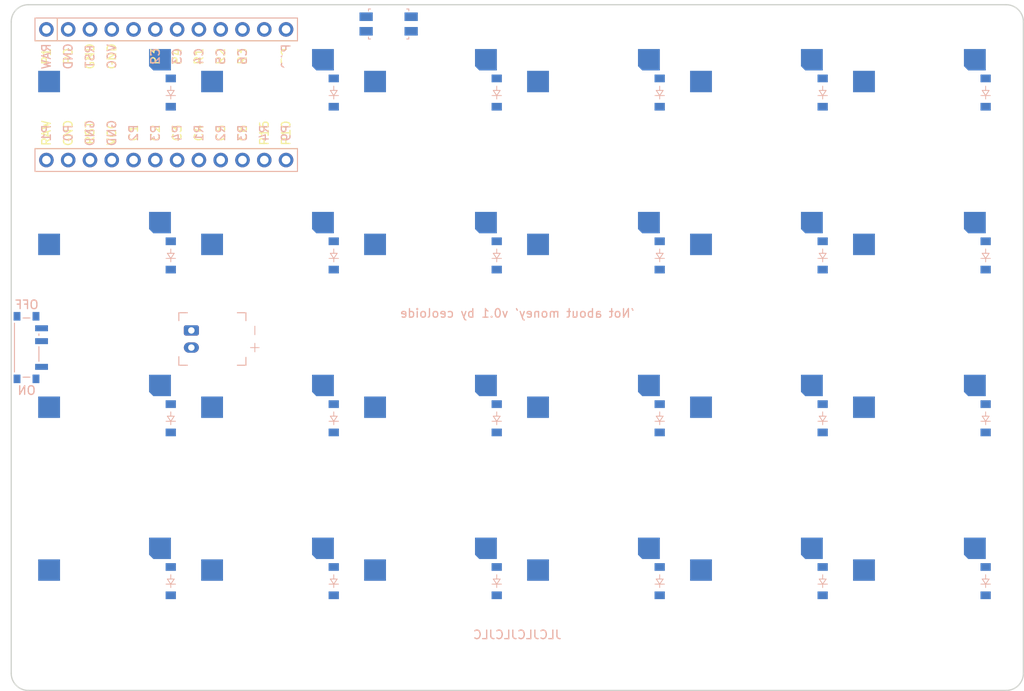
<source format=kicad_pcb>
(kicad_pcb (version 20240108) (generator "pcbnew") (generator_version "8.0")
  (title_block (title "not_about_money") (date "2024-11-11") (rev "v1.0.0") (company "Unknown"))
  (layers (0 "F.Cu" signal) (31 "B.Cu" signal) (34 "B.Paste" user) (35 "F.Paste" user) (36 "B.SilkS" user "B.Silkscreen") (37 "F.SilkS" user "F.Silkscreen") (38 "B.Mask" user) (39 "F.Mask" user) (44 "Edge.Cuts" user))
  (net 0 "")
  (net 1 "C1")
  (net 2 "c1_r4")
  (net 3 "c1_r3")
  (net 4 "c1_r2")
  (net 5 "c1_r1")
  (net 6 "C2")
  (net 7 "c2_r4")
  (net 8 "c2_r3")
  (net 9 "c2_r2")
  (net 10 "c2_r1")
  (net 11 "C3")
  (net 12 "c3_r4")
  (net 13 "c3_r3")
  (net 14 "c3_r2")
  (net 15 "c3_r1")
  (net 16 "C4")
  (net 17 "c4_r4")
  (net 18 "c4_r3")
  (net 19 "c4_r2")
  (net 20 "c4_r1")
  (net 21 "C5")
  (net 22 "c5_r4")
  (net 23 "c5_r3")
  (net 24 "c5_r2")
  (net 25 "c5_r1")
  (net 26 "C6")
  (net 27 "c6_r4")
  (net 28 "c6_r3")
  (net 29 "c6_r2")
  (net 30 "c6_r1")
  (net 31 "R4")
  (net 32 "R3")
  (net 33 "R2")
  (net 34 "R1")
  (net 35 "RAW")
  (net 36 "GND")
  (net 37 "RST")
  (net 38 "VCC")
  (net 39 "P16")
  (net 40 "P10")
  (net 41 "P1")
  (net 42 "P0")
  (net 43 "P2")
  (net 44 "P3")
  (net 45 "P4")
  (net 46 "P9")
  (net 47 "BAT_P")
  (footprint "ceoloide:mounting_hole_npth" (layer "F.Cu") (at 128.5 52.5)
    (property "Reference" "MH1" (hide yes))
    (property "Value" "")
    (pad "" np_thru_hole circle (at 0 0) (size 2.2 2.2) (drill 2.2) (layers "*.Cu" "*.Mask"))
  )
  (footprint "ceoloide:mounting_hole_npth" (layer "F.Cu") (at 109.5 90.5)
    (property "Reference" "MH4" (hide yes))
    (property "Value" "")
    (pad "" np_thru_hole circle (at 0 0) (size 2.2 2.2) (drill 2.2) (layers "*.Cu" "*.Mask"))
  )
  (footprint "ceoloide:mounting_hole_npth" (layer "F.Cu") (at 147.5 71.5)
    (property "Reference" "MH5" (hide yes))
    (property "Value" "")
    (pad "" np_thru_hole circle (at 0 0) (size 2.2 2.2) (drill 2.2) (layers "*.Cu" "*.Mask"))
  )
  (footprint "ceoloide:mounting_hole_npth" (layer "F.Cu") (at 185.5 90.5)
    (property "Reference" "MH3" (hide yes))
    (property "Value" "")
    (pad "" np_thru_hole circle (at 0 0) (size 2.2 2.2) (drill 2.2) (layers "*.Cu" "*.Mask"))
  )
  (footprint "ceoloide:mounting_hole_npth" (layer "F.Cu") (at 185.5 52.5)
    (property "Reference" "MH2" (hide yes))
    (property "Value" "")
    (pad "" np_thru_hole circle (at 0 0) (size 2.2 2.2) (drill 2.2) (layers "*.Cu" "*.Mask"))
  )
  (footprint "ceoloide:switch_mx" (layer "B.Cu") (at 119 43)
    (property "Reference" "S8" (hide yes))
    (property "Value" "")
    (pad "" np_thru_hole circle (at -5.08 0 180) (size 1.9 1.9) (drill 1.9) (layers "*.Cu" "*.Mask"))
    (pad "" np_thru_hole circle (at -3.81 -2.54 180) (size 3 3) (drill 3) (layers "F&B.Cu" "*.Mask"))
    (pad "" np_thru_hole circle (at 0 0 90) (size 4.1 4.1) (drill 4.1) (layers "*.Cu" "*.Mask"))
    (pad "" np_thru_hole circle (at 2.54 -5.08 180) (size 3 3) (drill 3) (layers "F&B.Cu" "*.Mask"))
    (pad "" np_thru_hole circle (at 5.08 0 180) (size 1.9 1.9) (drill 1.9) (layers "*.Cu" "*.Mask"))
    (pad "1" smd rect (at -7.085 -2.54) (size 2.55 2.5) (layers "B.Cu" "B.Paste" "B.Mask") (net 6 "C2"))
    (pad "2" smd roundrect (at 5.842 -5.08) (size 2.55 2.5) (layers "B.Cu" "B.Paste" "B.Mask") (roundrect_rratio 0) (chamfer_ratio 0.2) (chamfer bottom_left) (net 10 "c2_r1"))
  )
  (footprint "ceoloide:battery_connector_jst_ph_2" (layer "B.Cu") (at 109.5 70.5 90)
    (property "Reference" "JST1" (hide yes))
    (property "Value" "")
    (pad "1" thru_hole roundrect (at 1 0 90) (size 1.2 1.75) (drill 0.75) (layers "*.Cu" "*.Mask") (roundrect_rratio 0.2) (net 36 "GND"))
    (pad "2" thru_hole oval (at -1 0 90) (size 1.2 1.75) (drill 0.75) (layers "*.Cu" "*.Mask") (net 47 "BAT_P"))
  )
  (footprint "ceoloide:diode_tht_sod123" (layer "B.Cu") (at 107.1 41.75 90)
    (property "Reference" "D4" (hide yes))
    (property "Value" "")
    (pad "1" smd rect (at -1.65 0 90) (size 0.9 1.2) (layers "B.Cu" "B.Paste" "B.Mask") (net 34 "R1"))
    (pad "2" smd rect (at 1.65 0 90) (size 0.9 1.2) (layers "B.Cu" "B.Paste" "B.Mask") (net 5 "c1_r1"))
  )
  (footprint "ceoloide:diode_tht_sod123" (layer "B.Cu") (at 202.1 60.75 90)
    (property "Reference" "D23" (hide yes))
    (property "Value" "")
    (pad "1" smd rect (at -1.65 0 90) (size 0.9 1.2) (layers "B.Cu" "B.Paste" "B.Mask") (net 33 "R2"))
    (pad "2" smd rect (at 1.65 0 90) (size 0.9 1.2) (layers "B.Cu" "B.Paste" "B.Mask") (net 29 "c6_r2"))
  )
  (footprint "ceoloide:diode_tht_sod123" (layer "B.Cu") (at 202.1 98.75 90)
    (property "Reference" "D21" (hide yes))
    (property "Value" "")
    (pad "1" smd rect (at -1.65 0 90) (size 0.9 1.2) (layers "B.Cu" "B.Paste" "B.Mask") (net 31 "R4"))
    (pad "2" smd rect (at 1.65 0 90) (size 0.9 1.2) (layers "B.Cu" "B.Paste" "B.Mask") (net 27 "c6_r4"))
  )
  (footprint "ceoloide:diode_tht_sod123" (layer "B.Cu") (at 164.1 41.75 90)
    (property "Reference" "D16" (hide yes))
    (property "Value" "")
    (pad "1" smd rect (at -1.65 0 90) (size 0.9 1.2) (layers "B.Cu" "B.Paste" "B.Mask") (net 34 "R1"))
    (pad "2" smd rect (at 1.65 0 90) (size 0.9 1.2) (layers "B.Cu" "B.Paste" "B.Mask") (net 20 "c4_r1"))
  )
  (footprint "ceoloide:switch_mx" (layer "B.Cu") (at 157 100)
    (property "Reference" "S13" (hide yes))
    (property "Value" "")
    (pad "" np_thru_hole circle (at -5.08 0 180) (size 1.9 1.9) (drill 1.9) (layers "*.Cu" "*.Mask"))
    (pad "" np_thru_hole circle (at -3.81 -2.54 180) (size 3 3) (drill 3) (layers "F&B.Cu" "*.Mask"))
    (pad "" np_thru_hole circle (at 0 0 90) (size 4.1 4.1) (drill 4.1) (layers "*.Cu" "*.Mask"))
    (pad "" np_thru_hole circle (at 2.54 -5.08 180) (size 3 3) (drill 3) (layers "F&B.Cu" "*.Mask"))
    (pad "" np_thru_hole circle (at 5.08 0 180) (size 1.9 1.9) (drill 1.9) (layers "*.Cu" "*.Mask"))
    (pad "1" smd rect (at -7.085 -2.54) (size 2.55 2.5) (layers "B.Cu" "B.Paste" "B.Mask") (net 16 "C4"))
    (pad "2" smd roundrect (at 5.842 -5.08) (size 2.55 2.5) (layers "B.Cu" "B.Paste" "B.Mask") (roundrect_rratio 0) (chamfer_ratio 0.2) (chamfer bottom_left) (net 17 "c4_r4"))
  )
  (footprint "ceoloide:switch_mx" (layer "B.Cu") (at 195 100)
    (property "Reference" "S21" (hide yes))
    (property "Value" "")
    (pad "" np_thru_hole circle (at -5.08 0 180) (size 1.9 1.9) (drill 1.9) (layers "*.Cu" "*.Mask"))
    (pad "" np_thru_hole circle (at -3.81 -2.54 180) (size 3 3) (drill 3) (layers "F&B.Cu" "*.Mask"))
    (pad "" np_thru_hole circle (at 0 0 90) (size 4.1 4.1) (drill 4.1) (layers "*.Cu" "*.Mask"))
    (pad "" np_thru_hole circle (at 2.54 -5.08 180) (size 3 3) (drill 3) (layers "F&B.Cu" "*.Mask"))
    (pad "" np_thru_hole circle (at 5.08 0 180) (size 1.9 1.9) (drill 1.9) (layers "*.Cu" "*.Mask"))
    (pad "1" smd rect (at -7.085 -2.54) (size 2.55 2.5) (layers "B.Cu" "B.Paste" "B.Mask") (net 26 "C6"))
    (pad "2" smd roundrect (at 5.842 -5.08) (size 2.55 2.5) (layers "B.Cu" "B.Paste" "B.Mask") (roundrect_rratio 0) (chamfer_ratio 0.2) (chamfer bottom_left) (net 27 "c6_r4"))
  )
  (footprint "ceoloide:diode_tht_sod123" (layer "B.Cu") (at 107.1 60.75 90)
    (property "Reference" "D3" (hide yes))
    (property "Value" "")
    (pad "1" smd rect (at -1.65 0 90) (size 0.9 1.2) (layers "B.Cu" "B.Paste" "B.Mask") (net 33 "R2"))
    (pad "2" smd rect (at 1.65 0 90) (size 0.9 1.2) (layers "B.Cu" "B.Paste" "B.Mask") (net 4 "c1_r2"))
  )
  (footprint "ceoloide:diode_tht_sod123" (layer "B.Cu") (at 145.1 98.75 90)
    (property "Reference" "D9" (hide yes))
    (property "Value" "")
    (pad "1" smd rect (at -1.65 0 90) (size 0.9 1.2) (layers "B.Cu" "B.Paste" "B.Mask") (net 31 "R4"))
    (pad "2" smd rect (at 1.65 0 90) (size 0.9 1.2) (layers "B.Cu" "B.Paste" "B.Mask") (net 12 "c3_r4"))
  )
  (footprint "ceoloide:diode_tht_sod123" (layer "B.Cu") (at 164.1 79.75 90)
    (property "Reference" "D14" (hide yes))
    (property "Value" "")
    (pad "1" smd rect (at -1.65 0 90) (size 0.9 1.2) (layers "B.Cu" "B.Paste" "B.Mask") (net 32 "R3"))
    (pad "2" smd rect (at 1.65 0 90) (size 0.9 1.2) (layers "B.Cu" "B.Paste" "B.Mask") (net 18 "c4_r3"))
  )
  (footprint "ceoloide:switch_mx" (layer "B.Cu") (at 138 81)
    (property "Reference" "S10" (hide yes))
    (property "Value" "")
    (pad "" np_thru_hole circle (at -5.08 0 180) (size 1.9 1.9) (drill 1.9) (layers "*.Cu" "*.Mask"))
    (pad "" np_thru_hole circle (at -3.81 -2.54 180) (size 3 3) (drill 3) (layers "F&B.Cu" "*.Mask"))
    (pad "" np_thru_hole circle (at 0 0 90) (size 4.1 4.1) (drill 4.1) (layers "*.Cu" "*.Mask"))
    (pad "" np_thru_hole circle (at 2.54 -5.08 180) (size 3 3) (drill 3) (layers "F&B.Cu" "*.Mask"))
    (pad "" np_thru_hole circle (at 5.08 0 180) (size 1.9 1.9) (drill 1.9) (layers "*.Cu" "*.Mask"))
    (pad "1" smd rect (at -7.085 -2.54) (size 2.55 2.5) (layers "B.Cu" "B.Paste" "B.Mask") (net 11 "C3"))
    (pad "2" smd roundrect (at 5.842 -5.08) (size 2.55 2.5) (layers "B.Cu" "B.Paste" "B.Mask") (roundrect_rratio 0) (chamfer_ratio 0.2) (chamfer bottom_left) (net 13 "c3_r3"))
  )
  (footprint "ceoloide:diode_tht_sod123" (layer "B.Cu") (at 202.1 41.75 90)
    (property "Reference" "D24" (hide yes))
    (property "Value" "")
    (pad "1" smd rect (at -1.65 0 90) (size 0.9 1.2) (layers "B.Cu" "B.Paste" "B.Mask") (net 34 "R1"))
    (pad "2" smd rect (at 1.65 0 90) (size 0.9 1.2) (layers "B.Cu" "B.Paste" "B.Mask") (net 30 "c6_r1"))
  )
  (footprint "ceoloide:switch_mx" (layer "B.Cu") (at 176 62)
    (property "Reference" "S19" (hide yes))
    (property "Value" "")
    (pad "" np_thru_hole circle (at -5.08 0 180) (size 1.9 1.9) (drill 1.9) (layers "*.Cu" "*.Mask"))
    (pad "" np_thru_hole circle (at -3.81 -2.54 180) (size 3 3) (drill 3) (layers "F&B.Cu" "*.Mask"))
    (pad "" np_thru_hole circle (at 0 0 90) (size 4.1 4.1) (drill 4.1) (layers "*.Cu" "*.Mask"))
    (pad "" np_thru_hole circle (at 2.54 -5.08 180) (size 3 3) (drill 3) (layers "F&B.Cu" "*.Mask"))
    (pad "" np_thru_hole circle (at 5.08 0 180) (size 1.9 1.9) (drill 1.9) (layers "*.Cu" "*.Mask"))
    (pad "1" smd rect (at -7.085 -2.54) (size 2.55 2.5) (layers "B.Cu" "B.Paste" "B.Mask") (net 21 "C5"))
    (pad "2" smd roundrect (at 5.842 -5.08) (size 2.55 2.5) (layers "B.Cu" "B.Paste" "B.Mask") (roundrect_rratio 0) (chamfer_ratio 0.2) (chamfer bottom_left) (net 24 "c5_r2"))
  )
  (footprint "ceoloide:diode_tht_sod123" (layer "B.Cu") (at 107.1 79.75 90)
    (property "Reference" "D2" (hide yes))
    (property "Value" "")
    (pad "1" smd rect (at -1.65 0 90) (size 0.9 1.2) (layers "B.Cu" "B.Paste" "B.Mask") (net 32 "R3"))
    (pad "2" smd rect (at 1.65 0 90) (size 0.9 1.2) (layers "B.Cu" "B.Paste" "B.Mask") (net 3 "c1_r3"))
  )
  (footprint "ceoloide:switch_mx" (layer "B.Cu") (at 138 62)
    (property "Reference" "S11" (hide yes))
    (property "Value" "")
    (pad "" np_thru_hole circle (at -5.08 0 180) (size 1.9 1.9) (drill 1.9) (layers "*.Cu" "*.Mask"))
    (pad "" np_thru_hole circle (at -3.81 -2.54 180) (size 3 3) (drill 3) (layers "F&B.Cu" "*.Mask"))
    (pad "" np_thru_hole circle (at 0 0 90) (size 4.1 4.1) (drill 4.1) (layers "*.Cu" "*.Mask"))
    (pad "" np_thru_hole circle (at 2.54 -5.08 180) (size 3 3) (drill 3) (layers "F&B.Cu" "*.Mask"))
    (pad "" np_thru_hole circle (at 5.08 0 180) (size 1.9 1.9) (drill 1.9) (layers "*.Cu" "*.Mask"))
    (pad "1" smd rect (at -7.085 -2.54) (size 2.55 2.5) (layers "B.Cu" "B.Paste" "B.Mask") (net 11 "C3"))
    (pad "2" smd roundrect (at 5.842 -5.08) (size 2.55 2.5) (layers "B.Cu" "B.Paste" "B.Mask") (roundrect_rratio 0) (chamfer_ratio 0.2) (chamfer bottom_left) (net 14 "c3_r2"))
  )
  (footprint "ceoloide:switch_mx" (layer "B.Cu") (at 157 81)
    (property "Reference" "S14" (hide yes))
    (property "Value" "")
    (pad "" np_thru_hole circle (at -5.08 0 180) (size 1.9 1.9) (drill 1.9) (layers "*.Cu" "*.Mask"))
    (pad "" np_thru_hole circle (at -3.81 -2.54 180) (size 3 3) (drill 3) (layers "F&B.Cu" "*.Mask"))
    (pad "" np_thru_hole circle (at 0 0 90) (size 4.1 4.1) (drill 4.1) (layers "*.Cu" "*.Mask"))
    (pad "" np_thru_hole circle (at 2.54 -5.08 180) (size 3 3) (drill 3) (layers "F&B.Cu" "*.Mask"))
    (pad "" np_thru_hole circle (at 5.08 0 180) (size 1.9 1.9) (drill 1.9) (layers "*.Cu" "*.Mask"))
    (pad "1" smd rect (at -7.085 -2.54) (size 2.55 2.5) (layers "B.Cu" "B.Paste" "B.Mask") (net 16 "C4"))
    (pad "2" smd roundrect (at 5.842 -5.08) (size 2.55 2.5) (layers "B.Cu" "B.Paste" "B.Mask") (roundrect_rratio 0) (chamfer_ratio 0.2) (chamfer bottom_left) (net 18 "c4_r3"))
  )
  (footprint "ceoloide:switch_mx" (layer "B.Cu") (at 195 62)
    (property "Reference" "S23" (hide yes))
    (property "Value" "")
    (pad "" np_thru_hole circle (at -5.08 0 180) (size 1.9 1.9) (drill 1.9) (layers "*.Cu" "*.Mask"))
    (pad "" np_thru_hole circle (at -3.81 -2.54 180) (size 3 3) (drill 3) (layers "F&B.Cu" "*.Mask"))
    (pad "" np_thru_hole circle (at 0 0 90) (size 4.1 4.1) (drill 4.1) (layers "*.Cu" "*.Mask"))
    (pad "" np_thru_hole circle (at 2.54 -5.08 180) (size 3 3) (drill 3) (layers "F&B.Cu" "*.Mask"))
    (pad "" np_thru_hole circle (at 5.08 0 180) (size 1.9 1.9) (drill 1.9) (layers "*.Cu" "*.Mask"))
    (pad "1" smd rect (at -7.085 -2.54) (size 2.55 2.5) (layers "B.Cu" "B.Paste" "B.Mask") (net 26 "C6"))
    (pad "2" smd roundrect (at 5.842 -5.08) (size 2.55 2.5) (layers "B.Cu" "B.Paste" "B.Mask") (roundrect_rratio 0) (chamfer_ratio 0.2) (chamfer bottom_left) (net 29 "c6_r2"))
  )
  (footprint "ceoloide:switch_mx" (layer "B.Cu") (at 195 43)
    (property "Reference" "S24" (hide yes))
    (property "Value" "")
    (pad "" np_thru_hole circle (at -5.08 0 180) (size 1.9 1.9) (drill 1.9) (layers "*.Cu" "*.Mask"))
    (pad "" np_thru_hole circle (at -3.81 -2.54 180) (size 3 3) (drill 3) (layers "F&B.Cu" "*.Mask"))
    (pad "" np_thru_hole circle (at 0 0 90) (size 4.1 4.1) (drill 4.1) (layers "*.Cu" "*.Mask"))
    (pad "" np_thru_hole circle (at 2.54 -5.08 180) (size 3 3) (drill 3) (layers "F&B.Cu" "*.Mask"))
    (pad "" np_thru_hole circle (at 5.08 0 180) (size 1.9 1.9) (drill 1.9) (layers "*.Cu" "*.Mask"))
    (pad "1" smd rect (at -7.085 -2.54) (size 2.55 2.5) (layers "B.Cu" "B.Paste" "B.Mask") (net 26 "C6"))
    (pad "2" smd roundrect (at 5.842 -5.08) (size 2.55 2.5) (layers "B.Cu" "B.Paste" "B.Mask") (roundrect_rratio 0) (chamfer_ratio 0.2) (chamfer bottom_left) (net 30 "c6_r1"))
  )
  (footprint "ceoloide:switch_mx" (layer "B.Cu") (at 138 100)
    (property "Reference" "S9" (hide yes))
    (property "Value" "")
    (pad "" np_thru_hole circle (at -5.08 0 180) (size 1.9 1.9) (drill 1.9) (layers "*.Cu" "*.Mask"))
    (pad "" np_thru_hole circle (at -3.81 -2.54 180) (size 3 3) (drill 3) (layers "F&B.Cu" "*.Mask"))
    (pad "" np_thru_hole circle (at 0 0 90) (size 4.1 4.1) (drill 4.1) (layers "*.Cu" "*.Mask"))
    (pad "" np_thru_hole circle (at 2.54 -5.08 180) (size 3 3) (drill 3) (layers "F&B.Cu" "*.Mask"))
    (pad "" np_thru_hole circle (at 5.08 0 180) (size 1.9 1.9) (drill 1.9) (layers "*.Cu" "*.Mask"))
    (pad "1" smd rect (at -7.085 -2.54) (size 2.55 2.5) (layers "B.Cu" "B.Paste" "B.Mask") (net 11 "C3"))
    (pad "2" smd roundrect (at 5.842 -5.08) (size 2.55 2.5) (layers "B.Cu" "B.Paste" "B.Mask") (roundrect_rratio 0) (chamfer_ratio 0.2) (chamfer bottom_left) (net 12 "c3_r4"))
  )
  (footprint "ceoloide:diode_tht_sod123" (layer "B.Cu") (at 126.1 41.75 90)
    (property "Reference" "D8" (hide yes))
    (property "Value" "")
    (pad "1" smd rect (at -1.65 0 90) (size 0.9 1.2) (layers "B.Cu" "B.Paste" "B.Mask") (net 34 "R1"))
    (pad "2" smd rect (at 1.65 0 90) (size 0.9 1.2) (layers "B.Cu" "B.Paste" "B.Mask") (net 10 "c2_r1"))
  )
  (footprint "ceoloide:diode_tht_sod123" (layer "B.Cu") (at 183.1 98.75 90)
    (property "Reference" "D17" (hide yes))
    (property "Value" "")
    (pad "1" smd rect (at -1.65 0 90) (size 0.9 1.2) (layers "B.Cu" "B.Paste" "B.Mask") (net 31 "R4"))
    (pad "2" smd rect (at 1.65 0 90) (size 0.9 1.2) (layers "B.Cu" "B.Paste" "B.Mask") (net 22 "c5_r4"))
  )
  (footprint "ceoloide:switch_mx" (layer "B.Cu") (at 100 43)
    (property "Reference" "S4" (hide yes))
    (property "Value" "")
    (pad "" np_thru_hole circle (at -5.08 0 180) (size 1.9 1.9) (drill 1.9) (layers "*.Cu" "*.Mask"))
    (pad "" np_thru_hole circle (at -3.81 -2.54 180) (size 3 3) (drill 3) (layers "F&B.Cu" "*.Mask"))
    (pad "" np_thru_hole circle (at 0 0 90) (size 4.1 4.1) (drill 4.1) (layers "*.Cu" "*.Mask"))
    (pad "" np_thru_hole circle (at 2.54 -5.08 180) (size 3 3) (drill 3) (layers "F&B.Cu" "*.Mask"))
    (pad "" np_thru_hole circle (at 5.08 0 180) (size 1.9 1.9) (drill 1.9) (layers "*.Cu" "*.Mask"))
    (pad "1" smd rect (at -7.085 -2.54) (size 2.55 2.5) (layers "B.Cu" "B.Paste" "B.Mask") (net 1 "C1"))
    (pad "2" smd roundrect (at 5.842 -5.08) (size 2.55 2.5) (layers "B.Cu" "B.Paste" "B.Mask") (roundrect_rratio 0) (chamfer_ratio 0.2) (chamfer bottom_left) (net 5 "c1_r1"))
  )
  (footprint "ceoloide:diode_tht_sod123" (layer "B.Cu") (at 126.1 79.75 90)
    (property "Reference" "D6" (hide yes))
    (property "Value" "")
    (pad "1" smd rect (at -1.65 0 90) (size 0.9 1.2) (layers "B.Cu" "B.Paste" "B.Mask") (net 32 "R3"))
    (pad "2" smd rect (at 1.65 0 90) (size 0.9 1.2) (layers "B.Cu" "B.Paste" "B.Mask") (net 8 "c2_r3"))
  )
  (footprint "ceoloide:switch_mx" (layer "B.Cu") (at 157 43)
    (property "Reference" "S16" (hide yes))
    (property "Value" "")
    (pad "" np_thru_hole circle (at -5.08 0 180) (size 1.9 1.9) (drill 1.9) (layers "*.Cu" "*.Mask"))
    (pad "" np_thru_hole circle (at -3.81 -2.54 180) (size 3 3) (drill 3) (layers "F&B.Cu" "*.Mask"))
    (pad "" np_thru_hole circle (at 0 0 90) (size 4.1 4.1) (drill 4.1) (layers "*.Cu" "*.Mask"))
    (pad "" np_thru_hole circle (at 2.54 -5.08 180) (size 3 3) (drill 3) (layers "F&B.Cu" "*.Mask"))
    (pad "" np_thru_hole circle (at 5.08 0 180) (size 1.9 1.9) (drill 1.9) (layers "*.Cu" "*.Mask"))
    (pad "1" smd rect (at -7.085 -2.54) (size 2.55 2.5) (layers "B.Cu" "B.Paste" "B.Mask") (net 16 "C4"))
    (pad "2" smd roundrect (at 5.842 -5.08) (size 2.55 2.5) (layers "B.Cu" "B.Paste" "B.Mask") (roundrect_rratio 0) (chamfer_ratio 0.2) (chamfer bottom_left) (net 20 "c4_r1"))
  )
  (footprint "ceoloide:switch_mx" (layer "B.Cu") (at 176 81)
    (property "Reference" "S18" (hide yes))
    (property "Value" "")
    (pad "" np_thru_hole circle (at -5.08 0 180) (size 1.9 1.9) (drill 1.9) (layers "*.Cu" "*.Mask"))
    (pad "" np_thru_hole circle (at -3.81 -2.54 180) (size 3 3) (drill 3) (layers "F&B.Cu" "*.Mask"))
    (pad "" np_thru_hole circle (at 0 0 90) (size 4.1 4.1) (drill 4.1) (layers "*.Cu" "*.Mask"))
    (pad "" np_thru_hole circle (at 2.54 -5.08 180) (size 3 3) (drill 3) (layers "F&B.Cu" "*.Mask"))
    (pad "" np_thru_hole circle (at 5.08 0 180) (size 1.9 1.9) (drill 1.9) (layers "*.Cu" "*.Mask"))
    (pad "1" smd rect (at -7.085 -2.54) (size 2.55 2.5) (layers "B.Cu" "B.Paste" "B.Mask") (net 21 "C5"))
    (pad "2" smd roundrect (at 5.842 -5.08) (size 2.55 2.5) (layers "B.Cu" "B.Paste" "B.Mask") (roundrect_rratio 0) (chamfer_ratio 0.2) (chamfer bottom_left) (net 23 "c5_r3"))
  )
  (footprint "ceoloide:diode_tht_sod123" (layer "B.Cu") (at 202.1 79.75 90)
    (property "Reference" "D22" (hide yes))
    (property "Value" "")
    (pad "1" smd rect (at -1.65 0 90) (size 0.9 1.2) (layers "B.Cu" "B.Paste" "B.Mask") (net 32 "R3"))
    (pad "2" smd rect (at 1.65 0 90) (size 0.9 1.2) (layers "B.Cu" "B.Paste" "B.Mask") (net 28 "c6_r3"))
  )
  (footprint "ceoloide:diode_tht_sod123" (layer "B.Cu") (at 145.1 60.75 90)
    (property "Reference" "D11" (hide yes))
    (property "Value" "")
    (pad "1" smd rect (at -1.65 0 90) (size 0.9 1.2) (layers "B.Cu" "B.Paste" "B.Mask") (net 33 "R2"))
    (pad "2" smd rect (at 1.65 0 90) (size 0.9 1.2) (layers "B.Cu" "B.Paste" "B.Mask") (net 14 "c3_r2"))
  )
  (footprint "ceoloide:diode_tht_sod123" (layer "B.Cu") (at 164.1 60.75 90)
    (property "Reference" "D15" (hide yes))
    (property "Value" "")
    (pad "1" smd rect (at -1.65 0 90) (size 0.9 1.2) (layers "B.Cu" "B.Paste" "B.Mask") (net 33 "R2"))
    (pad "2" smd rect (at 1.65 0 90) (size 0.9 1.2) (layers "B.Cu" "B.Paste" "B.Mask") (net 19 "c4_r2"))
  )
  (footprint "ceoloide:diode_tht_sod123" (layer "B.Cu") (at 126.1 60.75 90)
    (property "Reference" "D7" (hide yes))
    (property "Value" "")
    (pad "1" smd rect (at -1.65 0 90) (size 0.9 1.2) (layers "B.Cu" "B.Paste" "B.Mask") (net 33 "R2"))
    (pad "2" smd rect (at 1.65 0 90) (size 0.9 1.2) (layers "B.Cu" "B.Paste" "B.Mask") (net 9 "c2_r2"))
  )
  (footprint "ceoloide:switch_mx" (layer "B.Cu") (at 195 81)
    (property "Reference" "S22" (hide yes))
    (property "Value" "")
    (pad "" np_thru_hole circle (at -5.08 0 180) (size 1.9 1.9) (drill 1.9) (layers "*.Cu" "*.Mask"))
    (pad "" np_thru_hole circle (at -3.81 -2.54 180) (size 3 3) (drill 3) (layers "F&B.Cu" "*.Mask"))
    (pad "" np_thru_hole circle (at 0 0 90) (size 4.1 4.1) (drill 4.1) (layers "*.Cu" "*.Mask"))
    (pad "" np_thru_hole circle (at 2.54 -5.08 180) (size 3 3) (drill 3) (layers "F&B.Cu" "*.Mask"))
    (pad "" np_thru_hole circle (at 5.08 0 180) (size 1.9 1.9) (drill 1.9) (layers "*.Cu" "*.Mask"))
    (pad "1" smd rect (at -7.085 -2.54) (size 2.55 2.5) (layers "B.Cu" "B.Paste" "B.Mask") (net 26 "C6"))
    (pad "2" smd roundrect (at 5.842 -5.08) (size 2.55 2.5) (layers "B.Cu" "B.Paste" "B.Mask") (roundrect_rratio 0) (chamfer_ratio 0.2) (chamfer bottom_left) (net 28 "c6_r3"))
  )
  (footprint "ceoloide:mcu_nice_nano" (layer "B.Cu") (at 105.3 42 90)
    (property "Reference" "MCU1" (hide yes))
    (property "Value" "")
    (fp_text user "P10" (at 4.47 15.24 90) (layer "B.SilkS") (effects (justify mirror)))
    (fp_text user "C6" (at 4.47 10.16 90) (layer "B.SilkS") (effects (justify mirror)))
    (fp_text user "P4" (at -4.47 2.54 90) (layer "B.SilkS") (effects (justify mirror)))
    (fp_text user "P0" (at -4.47 -10.16 90) (layer "B.SilkS") (effects (justify mirror)))
    (fp_text user "P9" (at -4.47 15.24 90) (layer "B.SilkS") (effects (justify mirror)))
    (fp_text user "R1" (at -4.47 5.08 90) (layer "B.SilkS") (effects (justify mirror)))
    (fp_text user "RST" (at 4.47 -7.62 90) (layer "B.SilkS") (effects (justify mirror)))
    (fp_text user "P3" (at -4.47 0 90) (layer "B.SilkS") (effects (justify mirror)))
    (fp_text user "C1" (at 4.47 -2.54 90) (layer "B.SilkS") (effects (justify mirror)))
    (fp_text user "C5" (at 4.47 7.62 90) (layer "B.SilkS") (effects (justify mirror)))
    (fp_text user "VCC" (at 4.47 -5.08 90) (layer "B.SilkS") (effects (justify mirror)))
    (fp_text user "GND" (at 4.47 -10.16 90) (layer "B.SilkS") (effects (justify mirror)))
    (fp_text user "RAW" (at 4.47 -12.7 90) (layer "B.SilkS") (effects (justify mirror)))
    (fp_text user "C2" (at 4.47 0 90) (layer "B.SilkS") (effects (justify mirror)))
    (fp_text user "R4" (at -4.47 12.7 90) (layer "B.SilkS") (effects (justify mirror)))
    (fp_text user "P1" (at -4.47 -12.7 90) (layer "B.SilkS") (effects (justify mirror)))
    (fp_text user "R2" (at -4.47 7.62 90) (layer "B.SilkS") (effects (justify mirror)))
    (fp_text user "C3" (at 4.47 2.54 90) (layer "B.SilkS") (effects (justify mirror)))
    (fp_text user "GND" (at -4.47 -5.08 90) (layer "B.SilkS") (effects (justify mirror)))
    (fp_text user "R3" (at -4.47 10.16 90) (layer "B.SilkS") (effects (justify mirror)))
    (fp_text user "C4" (at 4.47 5.08 90) (layer "B.SilkS") (effects (justify mirror)))
    (fp_text user "GND" (at -4.47 -7.62 90) (layer "B.SilkS") (effects (justify mirror)))
    (fp_text user "P2" (at -4.47 -2.54 90) (layer "B.SilkS") (effects (justify mirror)))
    (fp_text user "P4" (at 4.47 2.54 90) (layer "F.SilkS"))
    (fp_text user "P0" (at 4.47 -10.16 90) (layer "F.SilkS"))
    (fp_text user "P16" (at -4.47 12.7 90) (layer "F.SilkS"))
    (fp_text user "P1" (at 4.47 -12.7 90) (layer "F.SilkS"))
    (fp_text user "P3" (at 4.47 0 90) (layer "F.SilkS"))
    (fp_text user "GND" (at -4.47 -10.16 90) (layer "F.SilkS"))
    (fp_text user "P2" (at 4.47 -2.54 90) (layer "F.SilkS"))
    (fp_text user "RAW" (at -4.47 -12.7 90) (layer "F.SilkS"))
    (fp_text user "R3" (at 4.47 10.16 90) (layer "F.SilkS"))
    (fp_text user "P10" (at -4.47 15.24 90) (layer "F.SilkS"))
    (fp_text user "R2" (at 4.47 7.62 90) (layer "F.SilkS"))
    (fp_text user "C6" (at -4.47 10.16 90) (layer "F.SilkS"))
    (fp_text user "VCC" (at -4.47 -5.08 90) (layer "F.SilkS"))
    (fp_text user "C2" (at -4.47 0 90) (layer "F.SilkS"))
    (fp_text user "C1" (at -4.47 -2.54 90) (layer "F.SilkS"))
    (fp_text user "C3" (at -4.47 2.54 90) (layer "F.SilkS"))
    (fp_text user "C4" (at -4.47 5.08 90) (layer "F.SilkS"))
    (fp_text user "R1" (at 4.47 5.08 90) (layer "F.SilkS"))
    (fp_text user "P9" (at 4.47 15.24 90) (layer "F.SilkS"))
    (fp_text user "GND" (at 4.47 -7.62 90) (layer "F.SilkS"))
    (fp_text user "GND" (at 4.47 -5.08 90) (layer "F.SilkS"))
    (fp_text user "RST" (at -4.47 -7.62 90) (layer "F.SilkS"))
    (fp_text user "C5" (at -4.47 7.62 90) (layer "F.SilkS"))
    (pad "1" thru_hole circle (at 7.62 -12.7 90) (size 1.7 1.7) (drill 1) (layers "*.Cu" "*.Mask") (net 41 "P1"))
    (pad "2" thru_hole circle (at 7.62 -10.16 90) (size 1.7 1.7) (drill 1) (layers "*.Cu" "*.Mask") (net 42 "P0"))
    (pad "3" thru_hole circle (at 7.62 -7.62 90) (size 1.7 1.7) (drill 1) (layers "*.Cu" "*.Mask") (net 36 "GND"))
    (pad "4" thru_hole circle (at 7.62 -5.08 90) (size 1.7 1.7) (drill 1) (layers "*.Cu" "*.Mask") (net 36 "GND"))
    (pad "5" thru_hole circle (at 7.62 -2.54 90) (size 1.7 1.7) (drill 1) (layers "*.Cu" "*.Mask") (net 43 "P2"))
    (pad "6" thru_hole circle (at 7.62 0 90) (size 1.7 1.7) (drill 1) (layers "*.Cu" "*.Mask") (net 44 "P3"))
    (pad "7" thru_hole circle (at 7.62 2.54 90) (size 1.7 1.7) (drill 1) (layers "*.Cu" "*.Mask") (net 45 "P4"))
    (pad "8" thru_hole circle (at 7.62 5.08 90) (size 1.7 1.7) (drill 1) (layers "*.Cu" "*.Mask") (net 34 "R1"))
    (pad "9" thru_hole circle (at 7.62 7.62 90) (size 1.7 1.7) (drill 1) (layers "*.Cu" "*.Mask") (net 33 "R2"))
    (pad "10" thru_hole circle (at 7.62 10.16 90) (size 1.7 1.7) (drill 1) (layers "*.Cu" "*.Mask") (net 32 "R3"))
    (pad "11" thru_hole circle (at 7.62 12.7 90) (size 1.7 1.7) (drill 1) (layers "*.Cu" "*.Mask") (net 31 "R4"))
    (pad "12" thru_hole circle (at 7.62 15.24 90) (size 1.7 1.7) (drill 1) (layers "*.Cu" "*.Mask") (net 46 "P9"))
    (pad "13" thru_hole circle (at -7.62 15.24 90) (size 1.7 1.7) (drill 1) (layers "*.Cu" "*.Mask") (net 40 "P10"))
    (pad "14" thru_hole circle (at -7.62 12.7 90) (size 1.7 1.7) (drill 1) (layers "*.Cu" "*.Mask") (net 39 "P16"))
    (pad "15" thru_hole circle (at -7.62 10.16 90) (size 1.7 1.7) (drill 1) (layers "*.Cu" "*.Mask") (net 26 "C6"))
    (pad "16" thru_hole circle (at -7.62 7.62 90) (size 1.7 1.7) (drill 1) (layers "*.Cu" "*.Mask") (net 21 "C5"))
    (pad "17" thru_hole circle (at -7.62 5.08 90) (size 1.7 1.7) (drill 1) (layers "*.Cu" "*.Mask") (net 16 "C4"))
    (pad "18" thru_hole circle (at -7.62 2.54 90) (size 1.7 1.7) (drill 1) (layers "*.Cu" "*.Mask") (net 11 "C3"))
    (pad "19" thru_hole circle (at -7.62 0 90) (size 1.7 1.7) (drill 1) (layers "*.Cu" "*.Mask") (net 6 "C2"))
    (pad "20" thru_hole circle (at -7.62 -2.54 90) (size 1.7 1.7) (drill 1) (layers "*.Cu" "*.Mask") (net 1 "C1"))
    (pad "21" thru_hole circle (at -7.62 -5.08 90) (size 1.7 1.7) (drill 1) (layers "*.Cu" "*.Mask") (net 38 "VCC"))
    (pad "22" thru_hole circle (at -7.62 -7.62 90) (size 1.7 1.7) (drill 1) (layers "*.Cu" "*.Mask") (net 37 "RST"))
    (pad "23" thru_hole circle (at -7.62 -10.16 90) (size 1.7 1.7) (drill 1) (layers "*.Cu" "*.Mask") (net 36 "GND"))
    (pad "24" thru_hole circle (at -7.62 -12.7 90) (size 1.7 1.7) (drill 1) (layers "*.Cu" "*.Mask") (net 35 "RAW"))
  )
  (footprint "ceoloide:reset_switch_smd_side" (layer "B.Cu") (at 132.5 33.75)
    (property "Reference" "RST1" (hide yes))
    (property "Value" "")
    (pad "" np_thru_hole circle (at 0 -1.375 180) (size 0.75 0.75) (drill 0.75) (layers "*.Cu" "*.Mask"))
    (pad "" np_thru_hole circle (at 0 1.375 180) (size 0.75 0.75) (drill 0.75) (layers "*.Cu" "*.Mask"))
    (pad "1" smd rect (at -2.625 -0.85 180) (size 1.55 1) (layers "B.Cu" "B.Paste" "B.Mask") (net 36 "GND"))
    (pad "2" smd rect (at -2.625 0.85 180) (size 1.55 1) (layers "B.Cu" "B.Paste" "B.Mask") (net 37 "RST"))
    (pad "3" smd rect (at 2.625 -0.85 180) (size 1.55 1) (layers "B.Cu" "B.Paste" "B.Mask") (net 36 "GND"))
    (pad "4" smd rect (at 2.625 0.85 180) (size 1.55 1) (layers "B.Cu" "B.Paste" "B.Mask") (net 37 "RST"))
  )
  (footprint "ceoloide:switch_mx" (layer "B.Cu") (at 138 43)
    (property "Reference" "S12" (hide yes))
    (property "Value" "")
    (pad "" np_thru_hole circle (at -5.08 0 180) (size 1.9 1.9) (drill 1.9) (layers "*.Cu" "*.Mask"))
    (pad "" np_thru_hole circle (at -3.81 -2.54 180) (size 3 3) (drill 3) (layers "F&B.Cu" "*.Mask"))
    (pad "" np_thru_hole circle (at 0 0 90) (size 4.1 4.1) (drill 4.1) (layers "*.Cu" "*.Mask"))
    (pad "" np_thru_hole circle (at 2.54 -5.08 180) (size 3 3) (drill 3) (layers "F&B.Cu" "*.Mask"))
    (pad "" np_thru_hole circle (at 5.08 0 180) (size 1.9 1.9) (drill 1.9) (layers "*.Cu" "*.Mask"))
    (pad "1" smd rect (at -7.085 -2.54) (size 2.55 2.5) (layers "B.Cu" "B.Paste" "B.Mask") (net 11 "C3"))
    (pad "2" smd roundrect (at 5.842 -5.08) (size 2.55 2.5) (layers "B.Cu" "B.Paste" "B.Mask") (roundrect_rratio 0) (chamfer_ratio 0.2) (chamfer bottom_left) (net 15 "c3_r1"))
  )
  (footprint "ceoloide:diode_tht_sod123" (layer "B.Cu") (at 183.1 60.75 90)
    (property "Reference" "D19" (hide yes))
    (property "Value" "")
    (pad "1" smd rect (at -1.65 0 90) (size 0.9 1.2) (layers "B.Cu" "B.Paste" "B.Mask") (net 33 "R2"))
    (pad "2" smd rect (at 1.65 0 90) (size 0.9 1.2) (layers "B.Cu" "B.Paste" "B.Mask") (net 24 "c5_r2"))
  )
  (footprint "ceoloide:switch_mx" (layer "B.Cu") (at 119 81)
    (property "Reference" "S6" (hide yes))
    (property "Value" "")
    (pad "" np_thru_hole circle (at -5.08 0 180) (size 1.9 1.9) (drill 1.9) (layers "*.Cu" "*.Mask"))
    (pad "" np_thru_hole circle (at -3.81 -2.54 180) (size 3 3) (drill 3) (layers "F&B.Cu" "*.Mask"))
    (pad "" np_thru_hole circle (at 0 0 90) (size 4.1 4.1) (drill 4.1) (layers "*.Cu" "*.Mask"))
    (pad "" np_thru_hole circle (at 2.54 -5.08 180) (size 3 3) (drill 3) (layers "F&B.Cu" "*.Mask"))
    (pad "" np_thru_hole circle (at 5.08 0 180) (size 1.9 1.9) (drill 1.9) (layers "*.Cu" "*.Mask"))
    (pad "1" smd rect (at -7.085 -2.54) (size 2.55 2.5) (layers "B.Cu" "B.Paste" "B.Mask") (net 6 "C2"))
    (pad "2" smd roundrect (at 5.842 -5.08) (size 2.55 2.5) (layers "B.Cu" "B.Paste" "B.Mask") (roundrect_rratio 0) (chamfer_ratio 0.2) (chamfer bottom_left) (net 8 "c2_r3"))
  )
  (footprint "ceoloide:power_switch_smd_side" (layer "B.Cu") (at 90.3 71.5 180)
    (property "Reference" "PWR1" (hide yes))
    (property "Value" "")
    (fp_text user "ON" (at 0 -5 180) (layer "B.SilkS") (effects (justify mirror)))
    (fp_text user "OFF" (at 0 5 180) (layer "B.SilkS") (effects (justify mirror)))
    (pad "" smd rect (at -1.085 -3.65 90) (size 1 0.8) (layers "B.Cu" "B.Paste" "B.Mask"))
    (pad "" smd rect (at -1.085 3.65 90) (size 1 0.8) (layers "B.Cu" "B.Paste" "B.Mask"))
    (pad "" np_thru_hole circle (at 0.025 -1.5 270) (size 0.9 0.9) (drill 0.9) (layers "*.Cu" "*.Mask"))
    (pad "" np_thru_hole circle (at 0.025 1.5 270) (size 0.9 0.9) (drill 0.9) (layers "*.Cu" "*.Mask"))
    (pad "" smd rect (at 1.125 -3.65 90) (size 1 0.8) (layers "B.Cu" "B.Paste" "B.Mask"))
    (pad "" smd rect (at 1.125 3.65 90) (size 1 0.8) (layers "B.Cu" "B.Paste" "B.Mask"))
    (pad "1" smd rect (at -1.735 -2.25 90) (size 0.7 1.5) (layers "B.Cu" "B.Paste" "B.Mask") (net 47 "BAT_P"))
    (pad "2" smd rect (at -1.735 0.75 90) (size 0.7 1.5) (layers "B.Cu" "B.Paste" "B.Mask") (net 35 "RAW"))
    (pad "3" smd rect (at -1.735 2.25 90) (size 0.7 1.5) (layers "B.Cu" "B.Paste" "B.Mask"))
  )
  (footprint "ceoloide:diode_tht_sod123" (layer "B.Cu") (at 145.1 79.75 90)
    (property "Reference" "D10" (hide yes))
    (property "Value" "")
    (pad "1" smd rect (at -1.65 0 90) (size 0.9 1.2) (layers "B.Cu" "B.Paste" "B.Mask") (net 32 "R3"))
    (pad "2" smd rect (at 1.65 0 90) (size 0.9 1.2) (layers "B.Cu" "B.Paste" "B.Mask") (net 13 "c3_r3"))
  )
  (footprint "ceoloide:switch_mx" (layer "B.Cu") (at 157 62)
    (property "Reference" "S15" (hide yes))
    (property "Value" "")
    (pad "" np_thru_hole circle (at -5.08 0 180) (size 1.9 1.9) (drill 1.9) (layers "*.Cu" "*.Mask"))
    (pad "" np_thru_hole circle (at -3.81 -2.54 180) (size 3 3) (drill 3) (layers "F&B.Cu" "*.Mask"))
    (pad "" np_thru_hole circle (at 0 0 90) (size 4.1 4.1) (drill 4.1) (layers "*.Cu" "*.Mask"))
    (pad "" np_thru_hole circle (at 2.54 -5.08 180) (size 3 3) (drill 3) (layers "F&B.Cu" "*.Mask"))
    (pad "" np_thru_hole circle (at 5.08 0 180) (size 1.9 1.9) (drill 1.9) (layers "*.Cu" "*.Mask"))
    (pad "1" smd rect (at -7.085 -2.54) (size 2.55 2.5) (layers "B.Cu" "B.Paste" "B.Mask") (net 16 "C4"))
    (pad "2" smd roundrect (at 5.842 -5.08) (size 2.55 2.5) (layers "B.Cu" "B.Paste" "B.Mask") (roundrect_rratio 0) (chamfer_ratio 0.2) (chamfer bottom_left) (net 19 "c4_r2"))
  )
  (footprint "ceoloide:diode_tht_sod123" (layer "B.Cu") (at 107.1 98.75 90)
    (property "Reference" "D1" (hide yes))
    (property "Value" "")
    (pad "1" smd rect (at -1.65 0 90) (size 0.9 1.2) (layers "B.Cu" "B.Paste" "B.Mask") (net 31 "R4"))
    (pad "2" smd rect (at 1.65 0 90) (size 0.9 1.2) (layers "B.Cu" "B.Paste" "B.Mask") (net 2 "c1_r4"))
  )
  (footprint "ceoloide:switch_mx" (layer "B.Cu") (at 119 100)
    (property "Reference" "S5" (hide yes))
    (property "Value" "")
    (pad "" np_thru_hole circle (at -5.08 0 180) (size 1.9 1.9) (drill 1.9) (layers "*.Cu" "*.Mask"))
    (pad "" np_thru_hole circle (at -3.81 -2.54 180) (size 3 3) (drill 3) (layers "F&B.Cu" "*.Mask"))
    (pad "" np_thru_hole circle (at 0 0 90) (size 4.1 4.1) (drill 4.1) (layers "*.Cu" "*.Mask"))
    (pad "" np_thru_hole circle (at 2.54 -5.08 180) (size 3 3) (drill 3) (layers "F&B.Cu" "*.Mask"))
    (pad "" np_thru_hole circle (at 5.08 0 180) (size 1.9 1.9) (drill 1.9) (layers "*.Cu" "*.Mask"))
    (pad "1" smd rect (at -7.085 -2.54) (size 2.55 2.5) (layers "B.Cu" "B.Paste" "B.Mask") (net 6 "C2"))
    (pad "2" smd roundrect (at 5.842 -5.08) (size 2.55 2.5) (layers "B.Cu" "B.Paste" "B.Mask") (roundrect_rratio 0) (chamfer_ratio 0.2) (chamfer bottom_left) (net 7 "c2_r4"))
  )
  (footprint "ceoloide:diode_tht_sod123" (layer "B.Cu") (at 126.1 98.75 90)
    (property "Reference" "D5" (hide yes))
    (property "Value" "")
    (pad "1" smd rect (at -1.65 0 90) (size 0.9 1.2) (layers "B.Cu" "B.Paste" "B.Mask") (net 31 "R4"))
    (pad "2" smd rect (at 1.65 0 90) (size 0.9 1.2) (layers "B.Cu" "B.Paste" "B.Mask") (net 7 "c2_r4"))
  )
  (footprint "ceoloide:switch_mx" (layer "B.Cu") (at 176 100)
    (property "Reference" "S17" (hide yes))
    (property "Value" "")
    (pad "" np_thru_hole circle (at -5.08 0 180) (size 1.9 1.9) (drill 1.9) (layers "*.Cu" "*.Mask"))
    (pad "" np_thru_hole circle (at -3.81 -2.54 180) (size 3 3) (drill 3) (layers "F&B.Cu" "*.Mask"))
    (pad "" np_thru_hole circle (at 0 0 90) (size 4.1 4.1) (drill 4.1) (layers "*.Cu" "*.Mask"))
    (pad "" np_thru_hole circle (at 2.54 -5.08 180) (size 3 3) (drill 3) (layers "F&B.Cu" "*.Mask"))
    (pad "" np_thru_hole circle (at 5.08 0 180) (size 1.9 1.9) (drill 1.9) (layers "*.Cu" "*.Mask"))
    (pad "1" smd rect (at -7.085 -2.54) (size 2.55 2.5) (layers "B.Cu" "B.Paste" "B.Mask") (net 21 "C5"))
    (pad "2" smd roundrect (at 5.842 -5.08) (size 2.55 2.5) (layers "B.Cu" "B.Paste" "B.Mask") (roundrect_rratio 0) (chamfer_ratio 0.2) (chamfer bottom_left) (net 22 "c5_r4"))
  )
  (footprint "ceoloide:switch_mx" (layer "B.Cu") (at 100 62)
    (property "Reference" "S3" (hide yes))
    (property "Value" "")
    (pad "" np_thru_hole circle (at -5.08 0 180) (size 1.9 1.9) (drill 1.9) (layers "*.Cu" "*.Mask"))
    (pad "" np_thru_hole circle (at -3.81 -2.54 180) (size 3 3) (drill 3) (layers "F&B.Cu" "*.Mask"))
    (pad "" np_thru_hole circle (at 0 0 90) (size 4.1 4.1) (drill 4.1) (layers "*.Cu" "*.Mask"))
    (pad "" np_thru_hole circle (at 2.54 -5.08 180) (size 3 3) (drill 3) (layers "F&B.Cu" "*.Mask"))
    (pad "" np_thru_hole circle (at 5.08 0 180) (size 1.9 1.9) (drill 1.9) (layers "*.Cu" "*.Mask"))
    (pad "1" smd rect (at -7.085 -2.54) (size 2.55 2.5) (layers "B.Cu" "B.Paste" "B.Mask") (net 1 "C1"))
    (pad "2" smd roundrect (at 5.842 -5.08) (size 2.55 2.5) (layers "B.Cu" "B.Paste" "B.Mask") (roundrect_rratio 0) (chamfer_ratio 0.2) (chamfer bottom_left) (net 4 "c1_r2"))
  )
  (footprint "ceoloide:switch_mx" (layer "B.Cu") (at 100 100)
    (property "Reference" "S1" (hide yes))
    (property "Value" "")
    (pad "" np_thru_hole circle (at -5.08 0 180) (size 1.9 1.9) (drill 1.9) (layers "*.Cu" "*.Mask"))
    (pad "" np_thru_hole circle (at -3.81 -2.54 180) (size 3 3) (drill 3) (layers "F&B.Cu" "*.Mask"))
    (pad "" np_thru_hole circle (at 0 0 90) (size 4.1 4.1) (drill 4.1) (layers "*.Cu" "*.Mask"))
    (pad "" np_thru_hole circle (at 2.54 -5.08 180) (size 3 3) (drill 3) (layers "F&B.Cu" "*.Mask"))
    (pad "" np_thru_hole circle (at 5.08 0 180) (size 1.9 1.9) (drill 1.9) (layers "*.Cu" "*.Mask"))
    (pad "1" smd rect (at -7.085 -2.54) (size 2.55 2.5) (layers "B.Cu" "B.Paste" "B.Mask") (net 1 "C1"))
    (pad "2" smd roundrect (at 5.842 -5.08) (size 2.55 2.5) (layers "B.Cu" "B.Paste" "B.Mask") (roundrect_rratio 0) (chamfer_ratio 0.2) (chamfer bottom_left) (net 2 "c1_r4"))
  )
  (footprint "ceoloide:diode_tht_sod123" (layer "B.Cu") (at 164.1 98.75 90)
    (property "Reference" "D13" (hide yes))
    (property "Value" "")
    (pad "1" smd rect (at -1.65 0 90) (size 0.9 1.2) (layers "B.Cu" "B.Paste" "B.Mask") (net 31 "R4"))
    (pad "2" smd rect (at 1.65 0 90) (size 0.9 1.2) (layers "B.Cu" "B.Paste" "B.Mask") (net 17 "c4_r4"))
  )
  (footprint "ceoloide:diode_tht_sod123" (layer "B.Cu") (at 183.1 41.75 90)
    (property "Reference" "D20" (hide yes))
    (property "Value" "")
    (pad "1" smd rect (at -1.65 0 90) (size 0.9 1.2) (layers "B.Cu" "B.Paste" "B.Mask") (net 34 "R1"))
    (pad "2" smd rect (at 1.65 0 90) (size 0.9 1.2) (layers "B.Cu" "B.Paste" "B.Mask") (net 25 "c5_r1"))
  )
  (footprint "ceoloide:switch_mx" (layer "B.Cu") (at 176 43)
    (property "Reference" "S20" (hide yes))
    (property "Value" "")
    (pad "" np_thru_hole circle (at -5.08 0 180) (size 1.9 1.9) (drill 1.9) (layers "*.Cu" "*.Mask"))
    (pad "" np_thru_hole circle (at -3.81 -2.54 180) (size 3 3) (drill 3) (layers "F&B.Cu" "*.Mask"))
    (pad "" np_thru_hole circle (at 0 0 90) (size 4.1 4.1) (drill 4.1) (layers "*.Cu" "*.Mask"))
    (pad "" np_thru_hole circle (at 2.54 -5.08 180) (size 3 3) (drill 3) (layers "F&B.Cu" "*.Mask"))
    (pad "" np_thru_hole circle (at 5.08 0 180) (size 1.9 1.9) (drill 1.9) (layers "*.Cu" "*.Mask"))
    (pad "1" smd rect (at -7.085 -2.54) (size 2.55 2.5) (layers "B.Cu" "B.Paste" "B.Mask") (net 21 "C5"))
    (pad "2" smd roundrect (at 5.842 -5.08) (size 2.55 2.5) (layers "B.Cu" "B.Paste" "B.Mask") (roundrect_rratio 0) (chamfer_ratio 0.2) (chamfer bottom_left) (net 25 "c5_r1"))
  )
  (footprint "ceoloide:switch_mx" (layer "B.Cu") (at 119 62)
    (property "Reference" "S7" (hide yes))
    (property "Value" "")
    (pad "" np_thru_hole circle (at -5.08 0 180) (size 1.9 1.9) (drill 1.9) (layers "*.Cu" "*.Mask"))
    (pad "" np_thru_hole circle (at -3.81 -2.54 180) (size 3 3) (drill 3) (layers "F&B.Cu" "*.Mask"))
    (pad "" np_thru_hole circle (at 0 0 90) (size 4.1 4.1) (drill 4.1) (layers "*.Cu" "*.Mask"))
    (pad "" np_thru_hole circle (at 2.54 -5.08 180) (size 3 3) (drill 3) (layers "F&B.Cu" "*.Mask"))
    (pad "" np_thru_hole circle (at 5.08 0 180) (size 1.9 1.9) (drill 1.9) (layers "*.Cu" "*.Mask"))
    (pad "1" smd rect (at -7.085 -2.54) (size 2.55 2.5) (layers "B.Cu" "B.Paste" "B.Mask") (net 6 "C2"))
    (pad "2" smd roundrect (at 5.842 -5.08) (size 2.55 2.5) (layers "B.Cu" "B.Paste" "B.Mask") (roundrect_rratio 0) (chamfer_ratio 0.2) (chamfer bottom_left) (net 9 "c2_r2"))
  )
  (footprint "ceoloide:switch_mx" (layer "B.Cu") (at 100 81)
    (property "Reference" "S2" (hide yes))
    (property "Value" "")
    (pad "" np_thru_hole circle (at -5.08 0 180) (size 1.9 1.9) (drill 1.9) (layers "*.Cu" "*.Mask"))
    (pad "" np_thru_hole circle (at -3.81 -2.54 180) (size 3 3) (drill 3) (layers "F&B.Cu" "*.Mask"))
    (pad "" np_thru_hole circle (at 0 0 90) (size 4.1 4.1) (drill 4.1) (layers "*.Cu" "*.Mask"))
    (pad "" np_thru_hole circle (at 2.54 -5.08 180) (size 3 3) (drill 3) (layers "F&B.Cu" "*.Mask"))
    (pad "" np_thru_hole circle (at 5.08 0 180) (size 1.9 1.9) (drill 1.9) (layers "*.Cu" "*.Mask"))
    (pad "1" smd rect (at -7.085 -2.54) (size 2.55 2.5) (layers "B.Cu" "B.Paste" "B.Mask") (net 1 "C1"))
    (pad "2" smd roundrect (at 5.842 -5.08) (size 2.55 2.5) (layers "B.Cu" "B.Paste" "B.Mask") (roundrect_rratio 0) (chamfer_ratio 0.2) (chamfer bottom_left) (net 3 "c1_r3"))
  )
  (footprint "ceoloide:diode_tht_sod123" (layer "B.Cu") (at 145.1 41.75 90)
    (property "Reference" "D12" (hide yes))
    (property "Value" "")
    (pad "1" smd rect (at -1.65 0 90) (size 0.9 1.2) (layers "B.Cu" "B.Paste" "B.Mask") (net 34 "R1"))
    (pad "2" smd rect (at 1.65 0 90) (size 0.9 1.2) (layers "B.Cu" "B.Paste" "B.Mask") (net 15 "c3_r1"))
  )
  (footprint "ceoloide:diode_tht_sod123" (layer "B.Cu") (at 183.1 79.75 90)
    (property "Reference" "D18" (hide yes))
    (property "Value" "")
    (pad "1" smd rect (at -1.65 0 90) (size 0.9 1.2) (layers "B.Cu" "B.Paste" "B.Mask") (net 32 "R3"))
    (pad "2" smd rect (at 1.65 0 90) (size 0.9 1.2) (layers "B.Cu" "B.Paste" "B.Mask") (net 23 "c5_r3"))
  )
  (gr_arc (start 88.5 33.5) (mid 89.085786 32.085786) (end 90.5 31.5) (stroke (width 0.15)) (layer "Edge.Cuts"))
  (gr_line (start 206.5 33.5) (end 206.5 109.5) (stroke (width 0.15)) (layer "Edge.Cuts"))
  (gr_arc (start 204.5 31.5) (mid 205.914214 32.085786) (end 206.5 33.5) (stroke (width 0.15)) (layer "Edge.Cuts"))
  (gr_line (start 88.5 109.5) (end 88.5 33.5) (stroke (width 0.15)) (layer "Edge.Cuts"))
  (gr_line (start 204.5 111.5) (end 90.5 111.5) (stroke (width 0.15)) (layer "Edge.Cuts"))
  (gr_arc (start 206.5 109.5) (mid 205.914214 110.914214) (end 204.5 111.5) (stroke (width 0.15)) (layer "Edge.Cuts"))
  (gr_arc (start 90.5 111.5) (mid 89.085786 110.914214) (end 88.5 109.5) (stroke (width 0.15)) (layer "Edge.Cuts"))
  (gr_line (start 90.5 31.5) (end 204.5 31.5) (stroke (width 0.15)) (layer "Edge.Cuts"))
  (gr_text "JLCJLCJLCJLC" (at 147.5 105 0) (layer "B.SilkS") (effects (font (size 1 1)) (justify mirror)))
  (gr_text "'Not about money' v0.1 by ceoloide" (at 147.5 67.5 0) (layer "B.SilkS") (effects (font (size 1 1)) (justify mirror)))
)
</source>
